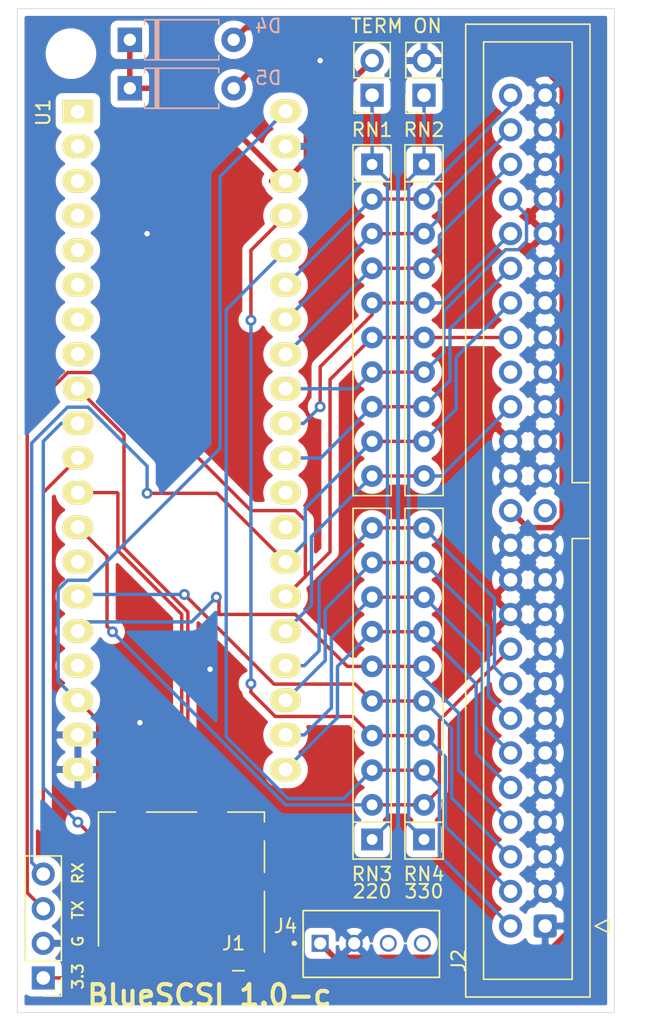
<source format=kicad_pcb>
(kicad_pcb (version 20171130) (host pcbnew "(5.1.6-0-10_14)")
  (layers (0 F.Cu signal) (31 B.Cu signal) (34 B.Paste user) (35 F.Paste user) (36 B.SilkS user) (37 F.SilkS user) (38 B.Mask user) (39 F.Mask user) (44 Edge.Cuts user))
  (net 0 "")
  (net 1 /SD_MISO)
  (net 2 GND)
  (net 3 /SD_CLK)
  (net 4 +3V3)
  (net 5 /SD_MOSI)
  (net 6 /SD_CS)
  (net 7 /SCSI_IO)
  (net 8 /SCSI_REQ)
  (net 9 /SCSI_CD)
  (net 10 /SCSI_SEL)
  (net 11 /SCSI_RST)
  (net 12 /SCSI_ACK)
  (net 13 /SCSI_BSY)
  (net 14 /SCSI_ATN)
  (net 15 /SCSI_MSG)
  (net 16 /SCSI_DBP)
  (net 17 /SCSI_DAT7)
  (net 18 /SCSI_DAT6)
  (net 19 /SCSI_DAT5)
  (net 20 /SCSI_DAT4)
  (net 21 /SCSI_DAT3)
  (net 22 /SCSI_DAT2)
  (net 23 /SCSI_DAT1)
  (net 24 /SCSI_DAT0)
  (net 25 "Net-(JP1-Pad1)")
  (net 26 "Net-(JP2-Pad1)")
  (net 27 VCC)
  (net 28 /TERM_PWR)
  (net 29 +5V)
  (net 30 "Net-(H1-Pad1)")
  (net 31 "Net-(J1-Pad8)")
  (net 32 "Net-(J1-Pad1)")
  (net 33 "Net-(J2-Pad34)")
  (net 34 "Net-(J2-Pad25)")
  (net 35 "Net-(J4-Pad3)")
  (net 36 "Net-(J4-Pad4)")
  (net 37 "Net-(U1-Pad29)")
  (net 38 "Net-(U1-Pad28)")
  (net 39 "Net-(U1-Pad17)")
  (net 40 "Net-(U1-Pad14)")
  (net 41 "Net-(U1-Pad8)")
  (net 42 "Net-(U1-Pad7)")
  (net 43 "Net-(U1-Pad6)")
  (net 44 "Net-(U1-Pad5)")
  (net 45 "Net-(U1-Pad4)")
  (net 46 "Net-(U1-Pad3)")
  (net 47 /LED)
  (net 48 "Net-(U1-Pad1)")
  (module blue:BluePill_STM32F103C (layer F.Cu) (at 75.565 83.185)
    (fp_text reference U1 (at -2.54 0 270) (layer F.SilkS))
    (fp_text value BluePill_STM32F103C hide)
    (pad 40 thru_hole oval (at 15.24 -0.1016 90) (size 1.7272 2.25) (drill 1.016) (layers *.Cu *.Mask F.SilkS) (net 4 +3V3))
    (pad 39 thru_hole oval (at 15.24 2.4892 90) (size 1.7272 2.25) (drill 1.016) (layers *.Cu *.Mask F.SilkS) (net 2 GND))
    (pad 38 thru_hole oval (at 15.24 5.0292 90) (size 1.7272 2.25) (drill 1.016) (layers *.Cu *.Mask F.SilkS) (net 27 VCC))
    (pad 37 thru_hole oval (at 15.24 7.5692 90) (size 1.7272 2.25) (drill 1.016) (layers *.Cu *.Mask F.SilkS) (net 23 /SCSI_DAT1))
    (pad 36 thru_hole oval (at 15.24 10.1092 90) (size 1.7272 2.25) (drill 1.016) (layers *.Cu *.Mask F.SilkS) (net 24 /SCSI_DAT0))
    (pad 35 thru_hole oval (at 15.24 12.6492 90) (size 1.7272 2.25) (drill 1.016) (layers *.Cu *.Mask F.SilkS) (net 7 /SCSI_IO))
    (pad 34 thru_hole oval (at 15.24 15.1892 90) (size 1.7272 2.25) (drill 1.016) (layers *.Cu *.Mask F.SilkS) (net 8 /SCSI_REQ))
    (pad 33 thru_hole oval (at 15.24 17.7292 90) (size 1.7272 2.25) (drill 1.016) (layers *.Cu *.Mask F.SilkS) (net 9 /SCSI_CD))
    (pad 32 thru_hole oval (at 15.24 20.2692 90) (size 1.7272 2.25) (drill 1.016) (layers *.Cu *.Mask F.SilkS) (net 10 /SCSI_SEL))
    (pad 31 thru_hole oval (at 15.24 22.8092 90) (size 1.7272 2.25) (drill 1.016) (layers *.Cu *.Mask F.SilkS) (net 15 /SCSI_MSG))
    (pad 30 thru_hole oval (at 15.24 25.3492 90) (size 1.7272 2.25) (drill 1.016) (layers *.Cu *.Mask F.SilkS) (net 11 /SCSI_RST))
    (pad 29 thru_hole oval (at 15.24 27.8892 90) (size 1.7272 2.25) (drill 1.016) (layers *.Cu *.Mask F.SilkS) (net 37 "Net-(U1-Pad29)"))
    (pad 28 thru_hole oval (at 15.24 30.4292 90) (size 1.7272 2.25) (drill 1.016) (layers *.Cu *.Mask F.SilkS) (net 38 "Net-(U1-Pad28)"))
    (pad 27 thru_hole oval (at 15.24 32.9692 90) (size 1.7272 2.25) (drill 1.016) (layers *.Cu *.Mask F.SilkS) (net 12 /SCSI_ACK))
    (pad 26 thru_hole oval (at 15.24 35.5092 90) (size 1.7272 2.25) (drill 1.016) (layers *.Cu *.Mask F.SilkS) (net 13 /SCSI_BSY))
    (pad 25 thru_hole oval (at 15.24 38.0492 90) (size 1.7272 2.25) (drill 1.016) (layers *.Cu *.Mask F.SilkS) (net 14 /SCSI_ATN))
    (pad 24 thru_hole oval (at 15.24 40.5892 90) (size 1.7272 2.25) (drill 1.016) (layers *.Cu *.Mask F.SilkS) (net 17 /SCSI_DAT7))
    (pad 23 thru_hole oval (at 15.24 43.1292 90) (size 1.7272 2.25) (drill 1.016) (layers *.Cu *.Mask F.SilkS) (net 18 /SCSI_DAT6))
    (pad 22 thru_hole oval (at 15.24 45.6692 90) (size 1.7272 2.25) (drill 1.016) (layers *.Cu *.Mask F.SilkS) (net 19 /SCSI_DAT5))
    (pad 21 thru_hole oval (at 15.24 48.2092 90) (size 1.7272 2.25) (drill 1.016) (layers *.Cu *.Mask F.SilkS) (net 20 /SCSI_DAT4))
    (pad 20 thru_hole oval (at 0 48.2092 270) (size 1.7272 2.25) (drill 1.016) (layers *.Cu *.Mask F.SilkS) (net 2 GND))
    (pad 19 thru_hole oval (at 0 45.6692 270) (size 1.7272 2.25) (drill 1.016) (layers *.Cu *.Mask F.SilkS) (net 2 GND))
    (pad 18 thru_hole oval (at 0 43.1292 270) (size 1.7272 2.25) (drill 1.016) (layers *.Cu *.Mask F.SilkS) (net 4 +3V3))
    (pad 17 thru_hole oval (at 0 40.5892 270) (size 1.7272 2.25) (drill 1.016) (layers *.Cu *.Mask F.SilkS) (net 39 "Net-(U1-Pad17)"))
    (pad 16 thru_hole oval (at 0 38.0492 270) (size 1.7272 2.25) (drill 1.016) (layers *.Cu *.Mask F.SilkS) (net 21 /SCSI_DAT3))
    (pad 15 thru_hole oval (at 0 35.5092 270) (size 1.7272 2.25) (drill 1.016) (layers *.Cu *.Mask F.SilkS) (net 22 /SCSI_DAT2))
    (pad 14 thru_hole oval (at 0 32.9692 270) (size 1.7272 2.25) (drill 1.016) (layers *.Cu *.Mask F.SilkS) (net 40 "Net-(U1-Pad14)"))
    (pad 13 thru_hole oval (at 0 30.4292 270) (size 1.7272 2.25) (drill 1.016) (layers *.Cu *.Mask F.SilkS) (net 16 /SCSI_DBP))
    (pad 12 thru_hole oval (at 0 27.8892 270) (size 1.7272 2.25) (drill 1.016) (layers *.Cu *.Mask F.SilkS) (net 5 /SD_MOSI))
    (pad 11 thru_hole oval (at 0 25.3492 270) (size 1.7272 2.25) (drill 1.016) (layers *.Cu *.Mask F.SilkS) (net 1 /SD_MISO))
    (pad 10 thru_hole oval (at 0 22.8092 270) (size 1.7272 2.25) (drill 1.016) (layers *.Cu *.Mask F.SilkS) (net 3 /SD_CLK))
    (pad 9 thru_hole oval (at 0 20.2692 270) (size 1.7272 2.25) (drill 1.016) (layers *.Cu *.Mask F.SilkS) (net 6 /SD_CS))
    (pad 8 thru_hole oval (at 0 17.7292 270) (size 1.7272 2.25) (drill 1.016) (layers *.Cu *.Mask F.SilkS) (net 41 "Net-(U1-Pad8)"))
    (pad 7 thru_hole oval (at 0 15.1892 270) (size 1.7272 2.25) (drill 1.016) (layers *.Cu *.Mask F.SilkS) (net 42 "Net-(U1-Pad7)"))
    (pad 6 thru_hole oval (at 0 12.6492 270) (size 1.7272 2.25) (drill 1.016) (layers *.Cu *.Mask F.SilkS) (net 43 "Net-(U1-Pad6)"))
    (pad 5 thru_hole oval (at 0 10.1092 270) (size 1.7272 2.25) (drill 1.016) (layers *.Cu *.Mask F.SilkS) (net 44 "Net-(U1-Pad5)"))
    (pad 4 thru_hole oval (at 0 7.5692 270) (size 1.7272 2.25) (drill 1.016) (layers *.Cu *.Mask F.SilkS) (net 45 "Net-(U1-Pad4)"))
    (pad 3 thru_hole oval (at 0 5.0292 270) (size 1.7272 2.25) (drill 1.016) (layers *.Cu *.Mask F.SilkS) (net 46 "Net-(U1-Pad3)"))
    (pad 2 thru_hole oval (at 0 2.4892 270) (size 1.7272 2.25) (drill 1.016) (layers *.Cu *.Mask F.SilkS) (net 47 /LED))
    (pad 1 thru_hole rect (at 0 -0.0508 270) (size 1.7272 2.25) (drill 1.016) (layers *.Cu *.Mask F.SilkS) (net 48 "Net-(U1-Pad1)"))
  )
  (module MountingHole:MountingHole_2.7mm_M2.5 (layer F.Cu) (at 75.057 78.867)
    (fp_text reference H1 hide)
    (fp_text value MountingHole_Pad)
    (pad 1 np_thru_hole circle (at 0 0) (size 2.7 2.7) (drill 2.7) (layers *.Cu *.Mask) (net 30 "Net-(H1-Pad1)"))
  )
  (module Connector_IDC:IDC-Header_2x25_P2.54mm_Vertical (layer F.Cu) (at 109.855 142.875 180)
    (fp_text reference J2 (at 6.35 -2.54 90) (layer F.SilkS))
    (fp_text value Conn_02x25_Odd_Even)
    (fp_line (start -4.68 0.5) (end -3.68 0) (layer F.SilkS) (width 0.12))
    (fp_line (start -4.68 -0.5) (end -4.68 0.5) (layer F.SilkS) (width 0.12))
    (fp_line (start -3.68 0) (end -4.68 -0.5) (layer F.SilkS) (width 0.12))
    (fp_line (start -1.98 32.53) (end -3.29 32.53) (layer F.SilkS) (width 0.12))
    (fp_line (start -1.98 32.53) (end -1.98 32.53) (layer F.SilkS) (width 0.12))
    (fp_line (start -1.98 64.87) (end -1.98 32.53) (layer F.SilkS) (width 0.12))
    (fp_line (start 4.52 64.87) (end -1.98 64.87) (layer F.SilkS) (width 0.12))
    (fp_line (start 4.52 -3.91) (end 4.52 64.87) (layer F.SilkS) (width 0.12))
    (fp_line (start -1.98 -3.91) (end 4.52 -3.91) (layer F.SilkS) (width 0.12))
    (fp_line (start -1.98 28.43) (end -1.98 -3.91) (layer F.SilkS) (width 0.12))
    (fp_line (start -3.29 28.43) (end -1.98 28.43) (layer F.SilkS) (width 0.12))
    (fp_line (start -3.29 66.17) (end -3.29 -5.21) (layer F.SilkS) (width 0.12))
    (fp_line (start 5.83 66.17) (end -3.29 66.17) (layer F.SilkS) (width 0.12))
    (fp_line (start 5.83 -5.21) (end 5.83 66.17) (layer F.SilkS) (width 0.12))
    (fp_line (start -3.29 -5.21) (end 5.83 -5.21) (layer F.SilkS) (width 0.12))
    (pad 50 thru_hole circle (at 2.54 60.96 180) (size 1.7 1.7) (drill 1) (layers *.Cu *.Mask) (net 7 /SCSI_IO))
    (pad 48 thru_hole circle (at 2.54 58.42 180) (size 1.7 1.7) (drill 1) (layers *.Cu *.Mask) (net 8 /SCSI_REQ))
    (pad 46 thru_hole circle (at 2.54 55.88 180) (size 1.7 1.7) (drill 1) (layers *.Cu *.Mask) (net 9 /SCSI_CD))
    (pad 44 thru_hole circle (at 2.54 53.34 180) (size 1.7 1.7) (drill 1) (layers *.Cu *.Mask) (net 10 /SCSI_SEL))
    (pad 42 thru_hole circle (at 2.54 50.8 180) (size 1.7 1.7) (drill 1) (layers *.Cu *.Mask) (net 15 /SCSI_MSG))
    (pad 40 thru_hole circle (at 2.54 48.26 180) (size 1.7 1.7) (drill 1) (layers *.Cu *.Mask) (net 11 /SCSI_RST))
    (pad 38 thru_hole circle (at 2.54 45.72 180) (size 1.7 1.7) (drill 1) (layers *.Cu *.Mask) (net 12 /SCSI_ACK))
    (pad 36 thru_hole circle (at 2.54 43.18 180) (size 1.7 1.7) (drill 1) (layers *.Cu *.Mask) (net 13 /SCSI_BSY))
    (pad 34 thru_hole circle (at 2.54 40.64 180) (size 1.7 1.7) (drill 1) (layers *.Cu *.Mask) (net 33 "Net-(J2-Pad34)"))
    (pad 32 thru_hole circle (at 2.54 38.1 180) (size 1.7 1.7) (drill 1) (layers *.Cu *.Mask) (net 14 /SCSI_ATN))
    (pad 30 thru_hole circle (at 2.54 35.56 180) (size 1.7 1.7) (drill 1) (layers *.Cu *.Mask) (net 2 GND))
    (pad 28 thru_hole circle (at 2.54 33.02 180) (size 1.7 1.7) (drill 1) (layers *.Cu *.Mask) (net 2 GND))
    (pad 26 thru_hole circle (at 2.54 30.48 180) (size 1.7 1.7) (drill 1) (layers *.Cu *.Mask) (net 28 /TERM_PWR))
    (pad 24 thru_hole circle (at 2.54 27.94 180) (size 1.7 1.7) (drill 1) (layers *.Cu *.Mask) (net 2 GND))
    (pad 22 thru_hole circle (at 2.54 25.4 180) (size 1.7 1.7) (drill 1) (layers *.Cu *.Mask) (net 2 GND))
    (pad 20 thru_hole circle (at 2.54 22.86 180) (size 1.7 1.7) (drill 1) (layers *.Cu *.Mask) (net 2 GND))
    (pad 18 thru_hole circle (at 2.54 20.32 180) (size 1.7 1.7) (drill 1) (layers *.Cu *.Mask) (net 16 /SCSI_DBP))
    (pad 16 thru_hole circle (at 2.54 17.78 180) (size 1.7 1.7) (drill 1) (layers *.Cu *.Mask) (net 17 /SCSI_DAT7))
    (pad 14 thru_hole circle (at 2.54 15.24 180) (size 1.7 1.7) (drill 1) (layers *.Cu *.Mask) (net 18 /SCSI_DAT6))
    (pad 12 thru_hole circle (at 2.54 12.7 180) (size 1.7 1.7) (drill 1) (layers *.Cu *.Mask) (net 19 /SCSI_DAT5))
    (pad 10 thru_hole circle (at 2.54 10.16 180) (size 1.7 1.7) (drill 1) (layers *.Cu *.Mask) (net 20 /SCSI_DAT4))
    (pad 8 thru_hole circle (at 2.54 7.62 180) (size 1.7 1.7) (drill 1) (layers *.Cu *.Mask) (net 21 /SCSI_DAT3))
    (pad 6 thru_hole circle (at 2.54 5.08 180) (size 1.7 1.7) (drill 1) (layers *.Cu *.Mask) (net 22 /SCSI_DAT2))
    (pad 4 thru_hole circle (at 2.54 2.54 180) (size 1.7 1.7) (drill 1) (layers *.Cu *.Mask) (net 23 /SCSI_DAT1))
    (pad 2 thru_hole circle (at 2.54 0 180) (size 1.7 1.7) (drill 1) (layers *.Cu *.Mask) (net 24 /SCSI_DAT0))
    (pad 49 thru_hole circle (at 0 60.96 180) (size 1.7 1.7) (drill 1) (layers *.Cu *.Mask) (net 2 GND))
    (pad 47 thru_hole circle (at 0 58.42 180) (size 1.7 1.7) (drill 1) (layers *.Cu *.Mask) (net 2 GND))
    (pad 45 thru_hole circle (at 0 55.88 180) (size 1.7 1.7) (drill 1) (layers *.Cu *.Mask) (net 2 GND))
    (pad 43 thru_hole circle (at 0 53.34 180) (size 1.7 1.7) (drill 1) (layers *.Cu *.Mask) (net 2 GND))
    (pad 41 thru_hole circle (at 0 50.8 180) (size 1.7 1.7) (drill 1) (layers *.Cu *.Mask) (net 2 GND))
    (pad 39 thru_hole circle (at 0 48.26 180) (size 1.7 1.7) (drill 1) (layers *.Cu *.Mask) (net 2 GND))
    (pad 37 thru_hole circle (at 0 45.72 180) (size 1.7 1.7) (drill 1) (layers *.Cu *.Mask) (net 2 GND))
    (pad 35 thru_hole circle (at 0 43.18 180) (size 1.7 1.7) (drill 1) (layers *.Cu *.Mask) (net 2 GND))
    (pad 33 thru_hole circle (at 0 40.64 180) (size 1.7 1.7) (drill 1) (layers *.Cu *.Mask) (net 2 GND))
    (pad 31 thru_hole circle (at 0 38.1 180) (size 1.7 1.7) (drill 1) (layers *.Cu *.Mask) (net 2 GND))
    (pad 29 thru_hole circle (at 0 35.56 180) (size 1.7 1.7) (drill 1) (layers *.Cu *.Mask) (net 2 GND))
    (pad 27 thru_hole circle (at 0 33.02 180) (size 1.7 1.7) (drill 1) (layers *.Cu *.Mask) (net 2 GND))
    (pad 25 thru_hole circle (at 0 30.48 180) (size 1.7 1.7) (drill 1) (layers *.Cu *.Mask) (net 34 "Net-(J2-Pad25)"))
    (pad 23 thru_hole circle (at 0 27.94 180) (size 1.7 1.7) (drill 1) (layers *.Cu *.Mask) (net 2 GND))
    (pad 21 thru_hole circle (at 0 25.4 180) (size 1.7 1.7) (drill 1) (layers *.Cu *.Mask) (net 2 GND))
    (pad 19 thru_hole circle (at 0 22.86 180) (size 1.7 1.7) (drill 1) (layers *.Cu *.Mask) (net 2 GND))
    (pad 17 thru_hole circle (at 0 20.32 180) (size 1.7 1.7) (drill 1) (layers *.Cu *.Mask) (net 2 GND))
    (pad 15 thru_hole circle (at 0 17.78 180) (size 1.7 1.7) (drill 1) (layers *.Cu *.Mask) (net 2 GND))
    (pad 13 thru_hole circle (at 0 15.24 180) (size 1.7 1.7) (drill 1) (layers *.Cu *.Mask) (net 2 GND))
    (pad 11 thru_hole circle (at 0 12.7 180) (size 1.7 1.7) (drill 1) (layers *.Cu *.Mask) (net 2 GND))
    (pad 9 thru_hole circle (at 0 10.16 180) (size 1.7 1.7) (drill 1) (layers *.Cu *.Mask) (net 2 GND))
    (pad 7 thru_hole circle (at 0 7.62 180) (size 1.7 1.7) (drill 1) (layers *.Cu *.Mask) (net 2 GND))
    (pad 5 thru_hole circle (at 0 5.08 180) (size 1.7 1.7) (drill 1) (layers *.Cu *.Mask) (net 2 GND))
    (pad 3 thru_hole circle (at 0 2.54 180) (size 1.7 1.7) (drill 1) (layers *.Cu *.Mask) (net 2 GND))
    (pad 1 thru_hole roundrect (at 0 0 180) (size 1.7 1.7) (drill 1) (layers *.Cu *.Mask) (roundrect_rratio 0.1470588235294118) (net 2 GND))
  )
  (module Connector_Card:microSD_HC_Molex_104031-0811 (layer F.Cu) (at 83.185 140.335 180)
    (fp_text reference J1 (at -3.81 -3.81 180) (layer F.SilkS))
    (fp_text value Micro_SD_Card)
    (fp_line (start -6.07 -4.45) (end -6.07 0) (layer F.SilkS) (width 0.12))
    (fp_line (start -6.07 1.4) (end -6.07 3.7) (layer F.SilkS) (width 0.12))
    (fp_line (start -6.07 5.1) (end -6.07 5.82) (layer F.SilkS) (width 0.12))
    (fp_line (start -6.07 5.82) (end -3.39 5.82) (layer F.SilkS) (width 0.12))
    (fp_line (start -1.09 5.82) (end 2.58 5.82) (layer F.SilkS) (width 0.12))
    (fp_line (start 4.88 5.82) (end 6.11 5.82) (layer F.SilkS) (width 0.12))
    (fp_line (start 6.11 5.82) (end 6.11 -4) (layer F.SilkS) (width 0.12))
    (fp_line (start -4.59 -5.82) (end -3.73 -5.82) (layer F.SilkS) (width 0.12))
    (pad 11 smd rect (at 3.73 5.375 180) (size 1.9 1.35) (layers F.Cu F.Paste F.Mask))
    (pad 11 smd rect (at -2.24 5.375 180) (size 1.9 1.35) (layers F.Cu F.Paste F.Mask))
    (pad 9 smd rect (at -5.74 0.7 180) (size 1.2 1) (layers F.Cu F.Paste F.Mask) (net 2 GND))
    (pad 10 smd rect (at -5.74 4.4 180) (size 1.2 1) (layers F.Cu F.Paste F.Mask))
    (pad 11 smd rect (at -5.565 -5.325 180) (size 1.55 1.35) (layers F.Cu F.Paste F.Mask))
    (pad 11 smd rect (at 5.755 -5.1 180) (size 1.17 1.8) (layers F.Cu F.Paste F.Mask))
    (pad 7 smd rect (at 3.495 -5.45 180) (size 0.85 1.1) (layers F.Cu F.Paste F.Mask) (net 1 /SD_MISO))
    (pad 6 smd rect (at 2.395 -5.45 180) (size 0.85 1.1) (layers F.Cu F.Paste F.Mask) (net 2 GND))
    (pad 5 smd rect (at 1.295 -5.45 180) (size 0.85 1.1) (layers F.Cu F.Paste F.Mask) (net 3 /SD_CLK))
    (pad 4 smd rect (at 0.195 -5.45 180) (size 0.85 1.1) (layers F.Cu F.Paste F.Mask) (net 4 +3V3))
    (pad 3 smd rect (at -0.905 -5.45 180) (size 0.85 1.1) (layers F.Cu F.Paste F.Mask) (net 5 /SD_MOSI))
    (pad 2 smd rect (at -2.005 -5.45 180) (size 0.85 1.1) (layers F.Cu F.Paste F.Mask) (net 6 /SD_CS))
    (pad 8 smd rect (at 4.545 -5.45 180) (size 0.75 1.1) (layers F.Cu F.Paste F.Mask) (net 31 "Net-(J1-Pad8)"))
    (pad 1 smd rect (at -3.105 -5.45 180) (size 0.85 1.1) (layers F.Cu F.Paste F.Mask) (net 32 "Net-(J1-Pad1)"))
  )
  (module Connector_PinSocket_2.54mm:PinSocket_1x02_P2.54mm_Vertical (layer F.Cu) (at 100.965 81.915 180)
    (fp_text reference JP1 hide)
    (fp_text value TERM_ENABLE_GND)
    (fp_line (start -1.33 1.27) (end 1.33 1.27) (layer F.SilkS) (width 0.12))
    (fp_line (start -1.33 1.27) (end -1.33 3.87) (layer F.SilkS) (width 0.12))
    (fp_line (start -1.33 3.87) (end 1.33 3.87) (layer F.SilkS) (width 0.12))
    (fp_line (start 1.33 1.27) (end 1.33 3.87) (layer F.SilkS) (width 0.12))
    (fp_line (start 1.33 -1.33) (end 1.33 0) (layer F.SilkS) (width 0.12))
    (fp_line (start 0 -1.33) (end 1.33 -1.33) (layer F.SilkS) (width 0.12))
    (pad 1 thru_hole rect (at 0 0 180) (size 1.7 1.7) (drill 1) (layers *.Cu *.Mask) (net 25 "Net-(JP1-Pad1)"))
    (pad 2 thru_hole oval (at 0 2.54 180) (size 1.7 1.7) (drill 1) (layers *.Cu *.Mask) (net 2 GND))
  )
  (module Connector_PinSocket_2.54mm:PinSocket_1x02_P2.54mm_Vertical (layer F.Cu) (at 97.155 81.915 180)
    (fp_text reference JP2 hide)
    (fp_text value TERM_ENABLE_5V)
    (fp_line (start 0 -1.33) (end 1.33 -1.33) (layer F.SilkS) (width 0.12))
    (fp_line (start 1.33 -1.33) (end 1.33 0) (layer F.SilkS) (width 0.12))
    (fp_line (start 1.33 1.27) (end 1.33 3.87) (layer F.SilkS) (width 0.12))
    (fp_line (start -1.33 3.87) (end 1.33 3.87) (layer F.SilkS) (width 0.12))
    (fp_line (start -1.33 1.27) (end -1.33 3.87) (layer F.SilkS) (width 0.12))
    (fp_line (start -1.33 1.27) (end 1.33 1.27) (layer F.SilkS) (width 0.12))
    (pad 2 thru_hole oval (at 0 2.54 180) (size 1.7 1.7) (drill 1) (layers *.Cu *.Mask) (net 27 VCC))
    (pad 1 thru_hole rect (at 0 0 180) (size 1.7 1.7) (drill 1) (layers *.Cu *.Mask) (net 26 "Net-(JP2-Pad1)"))
  )
  (module Resistor_THT:R_Array_SIP10 (layer F.Cu) (at 97.155 86.995 270)
    (fp_text reference RN1 (at -2.54 0 180) (layer F.SilkS))
    (fp_text value 220)
    (fp_line (start 1.27 -1.4) (end 1.27 1.4) (layer F.SilkS) (width 0.12))
    (fp_line (start 24.3 -1.4) (end -1.44 -1.4) (layer F.SilkS) (width 0.12))
    (fp_line (start 24.3 1.4) (end 24.3 -1.4) (layer F.SilkS) (width 0.12))
    (fp_line (start -1.44 1.4) (end 24.3 1.4) (layer F.SilkS) (width 0.12))
    (fp_line (start -1.44 -1.4) (end -1.44 1.4) (layer F.SilkS) (width 0.12))
    (pad 1 thru_hole rect (at 0 0 270) (size 1.6 1.6) (drill 0.8) (layers *.Cu *.Mask) (net 26 "Net-(JP2-Pad1)"))
    (pad 2 thru_hole oval (at 2.54 0 270) (size 1.6 1.6) (drill 0.8) (layers *.Cu *.Mask) (net 7 /SCSI_IO))
    (pad 3 thru_hole oval (at 5.08 0 270) (size 1.6 1.6) (drill 0.8) (layers *.Cu *.Mask) (net 8 /SCSI_REQ))
    (pad 4 thru_hole oval (at 7.62 0 270) (size 1.6 1.6) (drill 0.8) (layers *.Cu *.Mask) (net 9 /SCSI_CD))
    (pad 5 thru_hole oval (at 10.16 0 270) (size 1.6 1.6) (drill 0.8) (layers *.Cu *.Mask) (net 15 /SCSI_MSG))
    (pad 6 thru_hole oval (at 12.7 0 270) (size 1.6 1.6) (drill 0.8) (layers *.Cu *.Mask) (net 13 /SCSI_BSY))
    (pad 7 thru_hole oval (at 15.24 0 270) (size 1.6 1.6) (drill 0.8) (layers *.Cu *.Mask) (net 10 /SCSI_SEL))
    (pad 8 thru_hole oval (at 17.78 0 270) (size 1.6 1.6) (drill 0.8) (layers *.Cu *.Mask) (net 11 /SCSI_RST))
    (pad 9 thru_hole oval (at 20.32 0 270) (size 1.6 1.6) (drill 0.8) (layers *.Cu *.Mask) (net 12 /SCSI_ACK))
    (pad 10 thru_hole oval (at 22.86 0 270) (size 1.6 1.6) (drill 0.8) (layers *.Cu *.Mask) (net 14 /SCSI_ATN))
  )
  (module Resistor_THT:R_Array_SIP10 (layer F.Cu) (at 100.965 86.995 270)
    (fp_text reference RN2 (at -2.54 0 180) (layer F.SilkS))
    (fp_text value 330)
    (fp_line (start 1.27 -1.4) (end 1.27 1.4) (layer F.SilkS) (width 0.12))
    (fp_line (start 24.3 -1.4) (end -1.44 -1.4) (layer F.SilkS) (width 0.12))
    (fp_line (start 24.3 1.4) (end 24.3 -1.4) (layer F.SilkS) (width 0.12))
    (fp_line (start -1.44 1.4) (end 24.3 1.4) (layer F.SilkS) (width 0.12))
    (fp_line (start -1.44 -1.4) (end -1.44 1.4) (layer F.SilkS) (width 0.12))
    (pad 1 thru_hole rect (at 0 0 270) (size 1.6 1.6) (drill 0.8) (layers *.Cu *.Mask) (net 25 "Net-(JP1-Pad1)"))
    (pad 2 thru_hole oval (at 2.54 0 270) (size 1.6 1.6) (drill 0.8) (layers *.Cu *.Mask) (net 7 /SCSI_IO))
    (pad 3 thru_hole oval (at 5.08 0 270) (size 1.6 1.6) (drill 0.8) (layers *.Cu *.Mask) (net 8 /SCSI_REQ))
    (pad 4 thru_hole oval (at 7.62 0 270) (size 1.6 1.6) (drill 0.8) (layers *.Cu *.Mask) (net 9 /SCSI_CD))
    (pad 5 thru_hole oval (at 10.16 0 270) (size 1.6 1.6) (drill 0.8) (layers *.Cu *.Mask) (net 15 /SCSI_MSG))
    (pad 6 thru_hole oval (at 12.7 0 270) (size 1.6 1.6) (drill 0.8) (layers *.Cu *.Mask) (net 13 /SCSI_BSY))
    (pad 7 thru_hole oval (at 15.24 0 270) (size 1.6 1.6) (drill 0.8) (layers *.Cu *.Mask) (net 10 /SCSI_SEL))
    (pad 8 thru_hole oval (at 17.78 0 270) (size 1.6 1.6) (drill 0.8) (layers *.Cu *.Mask) (net 11 /SCSI_RST))
    (pad 9 thru_hole oval (at 20.32 0 270) (size 1.6 1.6) (drill 0.8) (layers *.Cu *.Mask) (net 12 /SCSI_ACK))
    (pad 10 thru_hole oval (at 22.86 0 270) (size 1.6 1.6) (drill 0.8) (layers *.Cu *.Mask) (net 14 /SCSI_ATN))
  )
  (module Resistor_THT:R_Array_SIP10 (layer F.Cu) (at 97.155 136.525 90)
    (fp_text reference RN3 (at -2.54 0 180) (layer F.SilkS))
    (fp_text value 220)
    (fp_line (start -1.44 -1.4) (end -1.44 1.4) (layer F.SilkS) (width 0.12))
    (fp_line (start -1.44 1.4) (end 24.3 1.4) (layer F.SilkS) (width 0.12))
    (fp_line (start 24.3 1.4) (end 24.3 -1.4) (layer F.SilkS) (width 0.12))
    (fp_line (start 24.3 -1.4) (end -1.44 -1.4) (layer F.SilkS) (width 0.12))
    (fp_line (start 1.27 -1.4) (end 1.27 1.4) (layer F.SilkS) (width 0.12))
    (pad 10 thru_hole oval (at 22.86 0 90) (size 1.6 1.6) (drill 0.8) (layers *.Cu *.Mask) (net 17 /SCSI_DAT7))
    (pad 9 thru_hole oval (at 20.32 0 90) (size 1.6 1.6) (drill 0.8) (layers *.Cu *.Mask) (net 18 /SCSI_DAT6))
    (pad 8 thru_hole oval (at 17.78 0 90) (size 1.6 1.6) (drill 0.8) (layers *.Cu *.Mask) (net 19 /SCSI_DAT5))
    (pad 7 thru_hole oval (at 15.24 0 90) (size 1.6 1.6) (drill 0.8) (layers *.Cu *.Mask) (net 20 /SCSI_DAT4))
    (pad 6 thru_hole oval (at 12.7 0 90) (size 1.6 1.6) (drill 0.8) (layers *.Cu *.Mask) (net 21 /SCSI_DAT3))
    (pad 5 thru_hole oval (at 10.16 0 90) (size 1.6 1.6) (drill 0.8) (layers *.Cu *.Mask) (net 22 /SCSI_DAT2))
    (pad 4 thru_hole oval (at 7.62 0 90) (size 1.6 1.6) (drill 0.8) (layers *.Cu *.Mask) (net 23 /SCSI_DAT1))
    (pad 3 thru_hole oval (at 5.08 0 90) (size 1.6 1.6) (drill 0.8) (layers *.Cu *.Mask) (net 24 /SCSI_DAT0))
    (pad 2 thru_hole oval (at 2.54 0 90) (size 1.6 1.6) (drill 0.8) (layers *.Cu *.Mask) (net 16 /SCSI_DBP))
    (pad 1 thru_hole rect (at 0 0 90) (size 1.6 1.6) (drill 0.8) (layers *.Cu *.Mask) (net 26 "Net-(JP2-Pad1)"))
  )
  (module Resistor_THT:R_Array_SIP10 (layer F.Cu) (at 100.965 136.525 90)
    (fp_text reference RN4 (at -2.54 0 180) (layer F.SilkS))
    (fp_text value 330)
    (fp_line (start -1.44 -1.4) (end -1.44 1.4) (layer F.SilkS) (width 0.12))
    (fp_line (start -1.44 1.4) (end 24.3 1.4) (layer F.SilkS) (width 0.12))
    (fp_line (start 24.3 1.4) (end 24.3 -1.4) (layer F.SilkS) (width 0.12))
    (fp_line (start 24.3 -1.4) (end -1.44 -1.4) (layer F.SilkS) (width 0.12))
    (fp_line (start 1.27 -1.4) (end 1.27 1.4) (layer F.SilkS) (width 0.12))
    (pad 10 thru_hole oval (at 22.86 0 90) (size 1.6 1.6) (drill 0.8) (layers *.Cu *.Mask) (net 17 /SCSI_DAT7))
    (pad 9 thru_hole oval (at 20.32 0 90) (size 1.6 1.6) (drill 0.8) (layers *.Cu *.Mask) (net 18 /SCSI_DAT6))
    (pad 8 thru_hole oval (at 17.78 0 90) (size 1.6 1.6) (drill 0.8) (layers *.Cu *.Mask) (net 19 /SCSI_DAT5))
    (pad 7 thru_hole oval (at 15.24 0 90) (size 1.6 1.6) (drill 0.8) (layers *.Cu *.Mask) (net 20 /SCSI_DAT4))
    (pad 6 thru_hole oval (at 12.7 0 90) (size 1.6 1.6) (drill 0.8) (layers *.Cu *.Mask) (net 21 /SCSI_DAT3))
    (pad 5 thru_hole oval (at 10.16 0 90) (size 1.6 1.6) (drill 0.8) (layers *.Cu *.Mask) (net 22 /SCSI_DAT2))
    (pad 4 thru_hole oval (at 7.62 0 90) (size 1.6 1.6) (drill 0.8) (layers *.Cu *.Mask) (net 23 /SCSI_DAT1))
    (pad 3 thru_hole oval (at 5.08 0 90) (size 1.6 1.6) (drill 0.8) (layers *.Cu *.Mask) (net 24 /SCSI_DAT0))
    (pad 2 thru_hole oval (at 2.54 0 90) (size 1.6 1.6) (drill 0.8) (layers *.Cu *.Mask) (net 16 /SCSI_DBP))
    (pad 1 thru_hole rect (at 0 0 90) (size 1.6 1.6) (drill 0.8) (layers *.Cu *.Mask) (net 25 "Net-(JP1-Pad1)"))
  )
  (module Connector_PinHeader_2.54mm:PinHeader_1x04_P2.54mm_Vertical (layer F.Cu) (at 73.025 146.685 180)
    (fp_text reference J3 hide)
    (fp_text value "Programming Pins")
    (fp_line (start -1.33 8.95) (end 1.33 8.95) (layer F.SilkS) (width 0.12))
    (fp_line (start -1.33 1.27) (end -1.33 8.95) (layer F.SilkS) (width 0.12))
    (fp_line (start 1.33 1.27) (end 1.33 8.95) (layer F.SilkS) (width 0.12))
    (fp_line (start -1.33 1.27) (end 1.33 1.27) (layer F.SilkS) (width 0.12))
    (fp_line (start -1.33 0) (end -1.33 -1.33) (layer F.SilkS) (width 0.12))
    (fp_line (start -1.33 -1.33) (end 0 -1.33) (layer F.SilkS) (width 0.12))
    (pad 1 thru_hole rect (at 0 0 180) (size 1.7 1.7) (drill 1) (layers *.Cu *.Mask) (net 4 +3V3))
    (pad 2 thru_hole oval (at 0 2.54 180) (size 1.7 1.7) (drill 1) (layers *.Cu *.Mask) (net 2 GND))
    (pad 3 thru_hole oval (at 0 5.08 180) (size 1.7 1.7) (drill 1) (layers *.Cu *.Mask) (net 13 /SCSI_BSY))
    (pad 4 thru_hole oval (at 0 7.62 180) (size 1.7 1.7) (drill 1) (layers *.Cu *.Mask) (net 12 /SCSI_ACK))
  )
  (module 171825-4:TE_171825-4 (layer F.Cu) (at 93.345 144.145)
    (fp_text reference J4 (at -2.54 -1.27) (layer F.SilkS))
    (fp_text value "Berg Power Connector")
    (fp_line (start -1.25 2.5) (end -1.25 -2.4) (layer F.SilkS) (width 0.127))
    (fp_line (start 8.75 -2.4) (end 8.75 2.5) (layer F.SilkS) (width 0.127))
    (fp_line (start 8.75 -2.4) (end -1.25 -2.4) (layer F.SilkS) (width 0.127))
    (fp_line (start 8.75 2.5) (end -1.25 2.5) (layer F.SilkS) (width 0.127))
    (fp_circle (center -1.9 0) (end -1.8 0) (layer F.SilkS) (width 0.2))
    (pad 1 thru_hole rect (at 0 0) (size 1.25 1.25) (drill 0.9) (layers *.Cu *.Mask) (net 29 +5V))
    (pad 2 thru_hole circle (at 2.5 0) (size 1.25 1.25) (drill 0.9) (layers *.Cu *.Mask) (net 2 GND))
    (pad 3 thru_hole circle (at 5 0) (size 1.25 1.25) (drill 0.9) (layers *.Cu *.Mask) (net 35 "Net-(J4-Pad3)"))
    (pad 4 thru_hole circle (at 7.5 0) (size 1.25 1.25) (drill 0.9) (layers *.Cu *.Mask) (net 36 "Net-(J4-Pad4)"))
  )
  (module Diode_THT:D_A-405_P7.62mm_Horizontal (layer B.Cu) (at 79.375 77.851)
    (fp_text reference D4 (at 10.16 -1.016) (layer B.SilkS) (effects (justify mirror)))
    (fp_text value Diode)
    (fp_line (start 1.09 1.14) (end 1.09 1.47) (layer B.SilkS) (width 0.12))
    (fp_line (start 1.09 1.47) (end 6.53 1.47) (layer B.SilkS) (width 0.12))
    (fp_line (start 6.53 1.47) (end 6.53 1.14) (layer B.SilkS) (width 0.12))
    (fp_line (start 1.09 -1.14) (end 1.09 -1.47) (layer B.SilkS) (width 0.12))
    (fp_line (start 1.09 -1.47) (end 6.53 -1.47) (layer B.SilkS) (width 0.12))
    (fp_line (start 6.53 -1.47) (end 6.53 -1.14) (layer B.SilkS) (width 0.12))
    (fp_line (start 1.99 1.47) (end 1.99 -1.47) (layer B.SilkS) (width 0.12))
    (fp_line (start 2.11 1.47) (end 2.11 -1.47) (layer B.SilkS) (width 0.12))
    (fp_line (start 1.87 1.47) (end 1.87 -1.47) (layer B.SilkS) (width 0.12))
    (pad 1 thru_hole rect (at 0 0) (size 1.8 1.8) (drill 0.9) (layers *.Cu *.Mask) (net 27 VCC))
    (pad 2 thru_hole oval (at 7.62 0) (size 1.8 1.8) (drill 0.9) (layers *.Cu *.Mask) (net 29 +5V))
  )
  (module Diode_THT:D_A-405_P7.62mm_Horizontal (layer B.Cu) (at 79.375 81.407)
    (fp_text reference D5 (at 10.16 -0.762) (layer B.SilkS) (effects (justify mirror)))
    (fp_text value Diode)
    (fp_line (start 1.87 1.47) (end 1.87 -1.47) (layer B.SilkS) (width 0.12))
    (fp_line (start 2.11 1.47) (end 2.11 -1.47) (layer B.SilkS) (width 0.12))
    (fp_line (start 1.99 1.47) (end 1.99 -1.47) (layer B.SilkS) (width 0.12))
    (fp_line (start 6.53 -1.47) (end 6.53 -1.14) (layer B.SilkS) (width 0.12))
    (fp_line (start 1.09 -1.47) (end 6.53 -1.47) (layer B.SilkS) (width 0.12))
    (fp_line (start 1.09 -1.14) (end 1.09 -1.47) (layer B.SilkS) (width 0.12))
    (fp_line (start 6.53 1.47) (end 6.53 1.14) (layer B.SilkS) (width 0.12))
    (fp_line (start 1.09 1.47) (end 6.53 1.47) (layer B.SilkS) (width 0.12))
    (fp_line (start 1.09 1.14) (end 1.09 1.47) (layer B.SilkS) (width 0.12))
    (pad 2 thru_hole oval (at 7.62 0) (size 1.8 1.8) (drill 0.9) (layers *.Cu *.Mask) (net 28 /TERM_PWR))
    (pad 1 thru_hole rect (at 0 0) (size 1.8 1.8) (drill 0.9) (layers *.Cu *.Mask) (net 27 VCC))
  )
  (gr_line (start 71.755 149.225) (end 71.12 149.225) (layer Edge.Cuts) (width 0.05))
  (gr_line (start 71.12 147.955) (end 71.12 149.225) (layer Edge.Cuts) (width 0.05))
  (gr_line (start 114.935 149.225) (end 71.755 149.225) (layer Edge.Cuts) (width 0.05))
  (gr_line (start 114.935 147.955) (end 114.935 149.225) (layer Edge.Cuts) (width 0.05))
  (gr_text "3.3  G  TX  RX" (at 75.565 142.875 90) (layer F.SilkS) (effects (font (size 0.8 0.8))))
  (gr_text 330 (at 100.965 140.335) (layer F.SilkS) (effects (font (size 1 1))))
  (gr_text 220 (at 97.155 140.335) (layer F.SilkS) (effects (font (size 1 1))))
  (gr_text "TERM ON" (at 98.933 76.835) (layer F.SilkS) (effects (font (size 1 1))))
  (gr_line (start 114.935 75.565) (end 71.12 75.565) (layer Edge.Cuts) (width 0.05))
  (gr_line (start 114.935 147.955) (end 114.935 75.565) (layer Edge.Cuts) (width 0.05))
  (gr_line (start 71.12 147.955) (end 71.12 75.565) (layer Edge.Cuts) (width 0.05))
  (gr_text "BlueSCSI 1.0-c" (at 85.217 147.955) (layer F.SilkS) (effects (font (size 1.5 1.5) (thickness 0.3))))
  (segment (start 79.69 141.92) (end 79.69 145.785) (width 0.25) (layer F.Cu) (net 1))
  (segment (start 73.025 135.255) (end 79.69 141.92) (width 0.25) (layer F.Cu) (net 1))
  (segment (start 73.025 111.0742) (end 73.025 135.255) (width 0.25) (layer F.Cu) (net 1))
  (segment (start 75.565 108.5342) (end 73.025 111.0742) (width 0.25) (layer F.Cu) (net 1))
  (segment (start 75.565 131.3942) (end 75.565 128.8542) (width 0.25) (layer B.Cu) (net 2))
  (segment (start 107.315 79.375) (end 100.965 79.375) (width 0.25) (layer B.Cu) (net 2))
  (segment (start 109.855 81.915) (end 107.315 79.375) (width 0.25) (layer B.Cu) (net 2))
  (via (at 85.265 124.035) (size 0.8) (drill 0.4) (layers F.Cu B.Cu) (net 2))
  (via (at 80.115 127.955) (size 0.8) (drill 0.4) (layers F.Cu B.Cu) (net 2))
  (via (at 80.645 92.075) (size 0.8) (drill 0.4) (layers F.Cu B.Cu) (net 2))
  (via (at 93.345 79.375) (size 0.8) (drill 0.4) (layers F.Cu B.Cu) (net 2))
  (segment (start 75.565 135.255) (end 81.89 141.58) (width 0.25) (layer F.Cu) (net 3))
  (segment (start 81.89 141.58) (end 81.89 145.785) (width 0.25) (layer F.Cu) (net 3))
  (segment (start 73.025 132.715) (end 75.565 135.255) (width 0.25) (layer B.Cu) (net 3))
  (via (at 75.565 135.255) (size 0.8) (drill 0.4) (layers F.Cu B.Cu) (net 3))
  (segment (start 73.025 107.315) (end 73.025 132.715) (width 0.25) (layer B.Cu) (net 3))
  (segment (start 74.3458 105.9942) (end 73.025 107.315) (width 0.25) (layer B.Cu) (net 3))
  (segment (start 75.565 105.9942) (end 74.3458 105.9942) (width 0.25) (layer B.Cu) (net 3))
  (segment (start 77.01501 134.80142) (end 77.01501 127.76421) (width 0.25) (layer F.Cu) (net 4))
  (segment (start 82.99 145.785) (end 82.99 140.77641) (width 0.25) (layer F.Cu) (net 4))
  (segment (start 77.01501 127.76421) (end 75.565 126.3142) (width 0.25) (layer F.Cu) (net 4))
  (segment (start 82.99 140.77641) (end 77.01501 134.80142) (width 0.25) (layer F.Cu) (net 4))
  (segment (start 75.5142 126.3142) (end 75.565 126.3142) (width 0.25) (layer B.Cu) (net 4))
  (segment (start 74.11499 118.201862) (end 74.11499 124.91499) (width 0.25) (layer B.Cu) (net 4))
  (segment (start 74.11499 124.91499) (end 75.5142 126.3142) (width 0.25) (layer B.Cu) (net 4))
  (segment (start 74.811262 117.50559) (end 74.11499 118.201862) (width 0.25) (layer B.Cu) (net 4))
  (segment (start 76.318738 117.50559) (end 74.811262 117.50559) (width 0.25) (layer B.Cu) (net 4))
  (segment (start 85.999991 107.824337) (end 76.318738 117.50559) (width 0.25) (layer B.Cu) (net 4))
  (segment (start 85.999991 87.888409) (end 85.999991 107.824337) (width 0.25) (layer B.Cu) (net 4))
  (segment (start 90.805 83.0834) (end 85.999991 87.888409) (width 0.25) (layer B.Cu) (net 4))
  (segment (start 82.99 146.585) (end 82.99 145.785) (width 0.25) (layer F.Cu) (net 4))
  (segment (start 82.89 146.685) (end 82.99 146.585) (width 0.25) (layer F.Cu) (net 4))
  (segment (start 73.025 146.685) (end 82.89 146.685) (width 0.25) (layer F.Cu) (net 4))
  (segment (start 78.4492 111.0742) (end 78.5 111.125) (width 0.25) (layer F.Cu) (net 5))
  (segment (start 75.565 111.0742) (end 78.4492 111.0742) (width 0.25) (layer F.Cu) (net 5))
  (segment (start 84.09 141.24) (end 84.09 145.785) (width 0.25) (layer F.Cu) (net 5))
  (segment (start 83.185 140.335) (end 84.09 141.24) (width 0.25) (layer F.Cu) (net 5))
  (segment (start 83.185 120.015) (end 83.185 140.335) (width 0.25) (layer F.Cu) (net 5))
  (segment (start 78.5 115.33) (end 83.185 120.015) (width 0.25) (layer F.Cu) (net 5))
  (segment (start 78.5 111.125) (end 78.5 115.33) (width 0.25) (layer F.Cu) (net 5))
  (segment (start 78.95001 106.83921) (end 75.565 103.4542) (width 0.25) (layer F.Cu) (net 6))
  (segment (start 78.95001 115.1436) (end 78.95001 106.83921) (width 0.25) (layer F.Cu) (net 6))
  (segment (start 83.63501 119.8286) (end 78.95001 115.1436) (width 0.25) (layer F.Cu) (net 6))
  (segment (start 83.63501 135.380012) (end 83.63501 119.8286) (width 0.25) (layer F.Cu) (net 6))
  (segment (start 85.19 136.935002) (end 83.63501 135.380012) (width 0.25) (layer F.Cu) (net 6))
  (segment (start 85.19 145.785) (end 85.19 136.935002) (width 0.25) (layer F.Cu) (net 6))
  (segment (start 90.8558 95.8342) (end 97.155 89.535) (width 0.25) (layer B.Cu) (net 7))
  (segment (start 90.805 95.8342) (end 90.8558 95.8342) (width 0.25) (layer B.Cu) (net 7))
  (segment (start 97.155 89.535) (end 100.965 89.535) (width 0.25) (layer F.Cu) (net 7))
  (segment (start 107.315 82.715998) (end 107.315 81.915) (width 0.25) (layer B.Cu) (net 7))
  (segment (start 100.965 89.065998) (end 107.315 82.715998) (width 0.25) (layer B.Cu) (net 7))
  (segment (start 100.965 89.535) (end 100.965 89.065998) (width 0.25) (layer B.Cu) (net 7))
  (segment (start 90.8558 98.3742) (end 97.155 92.075) (width 0.25) (layer B.Cu) (net 8))
  (segment (start 90.805 98.3742) (end 90.8558 98.3742) (width 0.25) (layer B.Cu) (net 8))
  (segment (start 107.315 84.850002) (end 107.315 84.455) (width 0.25) (layer B.Cu) (net 8))
  (segment (start 97.155 92.075) (end 100.965 92.075) (width 0.25) (layer F.Cu) (net 8))
  (segment (start 102.090001 89.679999) (end 107.315 84.455) (width 0.25) (layer B.Cu) (net 8))
  (segment (start 102.090001 90.949999) (end 102.090001 89.679999) (width 0.25) (layer B.Cu) (net 8))
  (segment (start 100.965 92.075) (end 102.090001 90.949999) (width 0.25) (layer B.Cu) (net 8))
  (segment (start 90.8558 100.9142) (end 97.155 94.615) (width 0.25) (layer B.Cu) (net 9))
  (segment (start 90.805 100.9142) (end 90.8558 100.9142) (width 0.25) (layer B.Cu) (net 9))
  (segment (start 102.090001 92.219999) (end 107.315 86.995) (width 0.25) (layer B.Cu) (net 9))
  (segment (start 102.090001 93.489999) (end 102.090001 92.219999) (width 0.25) (layer B.Cu) (net 9))
  (segment (start 100.965 94.615) (end 102.090001 93.489999) (width 0.25) (layer B.Cu) (net 9))
  (segment (start 97.155 94.615) (end 100.965 94.615) (width 0.25) (layer F.Cu) (net 9))
  (segment (start 97.155 102.235) (end 100.965 102.235) (width 0.25) (layer F.Cu) (net 10))
  (segment (start 95.9358 103.4542) (end 97.155 102.235) (width 0.25) (layer B.Cu) (net 10))
  (segment (start 90.805 103.4542) (end 95.9358 103.4542) (width 0.25) (layer B.Cu) (net 10))
  (segment (start 108.490001 92.639001) (end 108.490001 90.710001) (width 0.25) (layer B.Cu) (net 10))
  (segment (start 108.490001 90.710001) (end 107.315 89.535) (width 0.25) (layer B.Cu) (net 10))
  (segment (start 107.879001 93.250001) (end 108.490001 92.639001) (width 0.25) (layer B.Cu) (net 10))
  (segment (start 106.940997 93.250001) (end 107.879001 93.250001) (width 0.25) (layer B.Cu) (net 10))
  (segment (start 102.421401 97.769597) (end 106.940997 93.250001) (width 0.25) (layer B.Cu) (net 10))
  (segment (start 102.421401 100.778599) (end 102.421401 97.769597) (width 0.25) (layer B.Cu) (net 10))
  (segment (start 100.965 102.235) (end 102.421401 100.778599) (width 0.25) (layer B.Cu) (net 10))
  (segment (start 90.805 108.5342) (end 90.8558 108.5342) (width 0.25) (layer F.Cu) (net 11))
  (segment (start 97.155 104.775) (end 100.965 104.775) (width 0.25) (layer F.Cu) (net 11))
  (segment (start 93.3958 108.5342) (end 97.155 104.775) (width 0.25) (layer B.Cu) (net 11))
  (segment (start 90.805 108.5342) (end 93.3958 108.5342) (width 0.25) (layer B.Cu) (net 11))
  (segment (start 102.871411 102.868589) (end 100.965 104.775) (width 0.25) (layer B.Cu) (net 11))
  (segment (start 102.871411 99.058589) (end 102.871411 102.868589) (width 0.25) (layer B.Cu) (net 11))
  (segment (start 107.315 94.615) (end 102.871411 99.058589) (width 0.25) (layer B.Cu) (net 11))
  (segment (start 97.155 107.315) (end 100.965 107.315) (width 0.25) (layer F.Cu) (net 12))
  (segment (start 92.25501 112.21499) (end 92.25501 114.70419) (width 0.25) (layer B.Cu) (net 12))
  (segment (start 97.155 107.315) (end 92.25501 112.21499) (width 0.25) (layer B.Cu) (net 12))
  (segment (start 92.25501 114.70419) (end 90.805 116.1542) (width 0.25) (layer B.Cu) (net 12))
  (segment (start 90.805 116.1542) (end 90.805 116.205) (width 0.25) (layer F.Cu) (net 12))
  (segment (start 103.321421 104.958579) (end 103.321421 101.148579) (width 0.25) (layer B.Cu) (net 12))
  (segment (start 103.321421 101.148579) (end 107.315 97.155) (width 0.25) (layer B.Cu) (net 12))
  (segment (start 100.965 107.315) (end 103.321421 104.958579) (width 0.25) (layer B.Cu) (net 12))
  (segment (start 72.175001 107.441851) (end 74.811262 104.80559) (width 0.25) (layer B.Cu) (net 12))
  (segment (start 74.811262 104.80559) (end 76.318738 104.80559) (width 0.25) (layer B.Cu) (net 12))
  (via (at 80.645 111.125) (size 0.8) (drill 0.4) (layers F.Cu B.Cu) (net 12))
  (segment (start 72.175001 138.215001) (end 72.175001 107.441851) (width 0.25) (layer B.Cu) (net 12))
  (segment (start 76.318738 104.80559) (end 80.645 109.131852) (width 0.25) (layer B.Cu) (net 12))
  (segment (start 80.645 109.131852) (end 80.645 111.125) (width 0.25) (layer B.Cu) (net 12))
  (segment (start 73.025 139.065) (end 72.175001 138.215001) (width 0.25) (layer B.Cu) (net 12))
  (segment (start 85.7758 111.125) (end 90.805 116.1542) (width 0.25) (layer F.Cu) (net 12))
  (segment (start 80.645 111.125) (end 85.7758 111.125) (width 0.25) (layer F.Cu) (net 12))
  (segment (start 97.155 99.695) (end 100.965 99.695) (width 0.25) (layer F.Cu) (net 13))
  (segment (start 94.070001 102.779999) (end 97.155 99.695) (width 0.25) (layer F.Cu) (net 13))
  (segment (start 94.070001 115.429199) (end 94.070001 102.779999) (width 0.25) (layer F.Cu) (net 13))
  (segment (start 90.805 118.6942) (end 94.070001 115.429199) (width 0.25) (layer F.Cu) (net 13))
  (segment (start 100.965 99.695) (end 107.315 99.695) (width 0.25) (layer F.Cu) (net 13))
  (segment (start 92.25501 117.24419) (end 90.805 118.6942) (width 0.25) (layer F.Cu) (net 13))
  (segment (start 92.25501 113.121862) (end 92.25501 117.24419) (width 0.25) (layer F.Cu) (net 13))
  (segment (start 91.528148 112.395) (end 92.25501 113.121862) (width 0.25) (layer F.Cu) (net 13))
  (segment (start 71.849999 105.226853) (end 74.811262 102.26559) (width 0.25) (layer F.Cu) (net 13))
  (segment (start 88.265 112.395) (end 91.528148 112.395) (width 0.25) (layer F.Cu) (net 13))
  (segment (start 71.849999 140.429999) (end 71.849999 105.226853) (width 0.25) (layer F.Cu) (net 13))
  (segment (start 78.13559 102.26559) (end 88.265 112.395) (width 0.25) (layer F.Cu) (net 13))
  (segment (start 74.811262 102.26559) (end 78.13559 102.26559) (width 0.25) (layer F.Cu) (net 13))
  (segment (start 73.025 141.605) (end 71.849999 140.429999) (width 0.25) (layer F.Cu) (net 13))
  (segment (start 97.155 109.855) (end 100.965 109.855) (width 0.25) (layer F.Cu) (net 14))
  (segment (start 90.805 121.2342) (end 90.805 121.285) (width 0.25) (layer B.Cu) (net 14))
  (segment (start 92.70502 114.30498) (end 97.155 109.855) (width 0.25) (layer B.Cu) (net 14))
  (segment (start 92.70502 119.33418) (end 92.70502 114.30498) (width 0.25) (layer B.Cu) (net 14))
  (segment (start 90.805 121.2342) (end 92.70502 119.33418) (width 0.25) (layer B.Cu) (net 14))
  (segment (start 102.235 109.855) (end 107.315 104.775) (width 0.25) (layer B.Cu) (net 14))
  (segment (start 100.965 109.855) (end 102.235 109.855) (width 0.25) (layer B.Cu) (net 14))
  (segment (start 90.805 105.9942) (end 90.8558 105.9942) (width 0.25) (layer F.Cu) (net 15))
  (via (at 93.345 104.775) (size 0.8) (drill 0.4) (layers F.Cu B.Cu) (net 15))
  (segment (start 93.345 104.775) (end 93.345 101.839998) (width 0.25) (layer F.Cu) (net 15))
  (segment (start 97.155 98.029998) (end 97.155 97.155) (width 0.25) (layer F.Cu) (net 15))
  (segment (start 93.345 101.839998) (end 97.155 98.029998) (width 0.25) (layer F.Cu) (net 15))
  (segment (start 90.805 105.9942) (end 92.1258 105.9942) (width 0.25) (layer B.Cu) (net 15))
  (segment (start 92.1258 105.9942) (end 93.345 104.775) (width 0.25) (layer B.Cu) (net 15))
  (segment (start 97.155 97.155) (end 100.965 97.155) (width 0.25) (layer F.Cu) (net 15))
  (segment (start 102.235 97.155) (end 107.315 92.075) (width 0.25) (layer B.Cu) (net 15))
  (segment (start 100.965 97.155) (end 102.235 97.155) (width 0.25) (layer B.Cu) (net 15))
  (segment (start 102.090001 132.859999) (end 100.965 133.985) (width 0.25) (layer F.Cu) (net 16))
  (segment (start 102.090001 127.779999) (end 102.090001 132.859999) (width 0.25) (layer F.Cu) (net 16))
  (segment (start 107.315 122.555) (end 102.090001 127.779999) (width 0.25) (layer F.Cu) (net 16))
  (via (at 78.105 121.285) (size 0.8) (drill 0.4) (layers F.Cu B.Cu) (net 16))
  (segment (start 90.805 133.985) (end 78.105 121.285) (width 0.25) (layer B.Cu) (net 16))
  (segment (start 97.155 133.985) (end 90.805 133.985) (width 0.25) (layer B.Cu) (net 16))
  (segment (start 77.705001 115.754201) (end 75.565 113.6142) (width 0.25) (layer F.Cu) (net 16))
  (segment (start 77.705001 120.885001) (end 77.705001 115.754201) (width 0.25) (layer F.Cu) (net 16))
  (segment (start 78.105 121.285) (end 77.705001 120.885001) (width 0.25) (layer F.Cu) (net 16))
  (segment (start 97.155 133.985) (end 100.965 133.985) (width 0.25) (layer F.Cu) (net 16))
  (segment (start 100.965 113.665) (end 97.155 113.665) (width 0.25) (layer F.Cu) (net 17))
  (segment (start 93.264971 122.689229) (end 93.264971 117.555029) (width 0.25) (layer B.Cu) (net 17))
  (segment (start 92.18 123.7742) (end 93.264971 122.689229) (width 0.25) (layer B.Cu) (net 17))
  (segment (start 93.264971 117.555029) (end 97.155 113.665) (width 0.25) (layer B.Cu) (net 17))
  (segment (start 90.805 123.7742) (end 92.18 123.7742) (width 0.25) (layer B.Cu) (net 17))
  (segment (start 106.139999 118.839999) (end 100.965 113.665) (width 0.25) (layer B.Cu) (net 17))
  (segment (start 106.139999 123.919999) (end 106.139999 118.839999) (width 0.25) (layer B.Cu) (net 17))
  (segment (start 107.315 125.095) (end 106.139999 123.919999) (width 0.25) (layer B.Cu) (net 17))
  (segment (start 97.155 116.205) (end 100.965 116.205) (width 0.25) (layer F.Cu) (net 18))
  (segment (start 93.714981 119.645019) (end 97.155 116.205) (width 0.25) (layer B.Cu) (net 18))
  (segment (start 93.714981 123.404219) (end 93.714981 119.645019) (width 0.25) (layer B.Cu) (net 18))
  (segment (start 90.805 126.3142) (end 93.714981 123.404219) (width 0.25) (layer B.Cu) (net 18))
  (segment (start 105.689989 120.929989) (end 100.965 116.205) (width 0.25) (layer B.Cu) (net 18))
  (segment (start 105.689989 126.009989) (end 105.689989 120.929989) (width 0.25) (layer B.Cu) (net 18))
  (segment (start 107.315 127.635) (end 105.689989 126.009989) (width 0.25) (layer B.Cu) (net 18))
  (segment (start 100.965 118.745) (end 97.155 118.745) (width 0.25) (layer F.Cu) (net 19))
  (segment (start 94.16499 126.86921) (end 94.16499 121.73501) (width 0.25) (layer B.Cu) (net 19))
  (segment (start 94.16499 121.73501) (end 97.155 118.745) (width 0.25) (layer B.Cu) (net 19))
  (segment (start 92.18 128.8542) (end 94.16499 126.86921) (width 0.25) (layer B.Cu) (net 19))
  (segment (start 90.805 128.8542) (end 92.18 128.8542) (width 0.25) (layer B.Cu) (net 19))
  (segment (start 105.239979 123.019979) (end 100.965 118.745) (width 0.25) (layer B.Cu) (net 19))
  (segment (start 105.239979 128.099979) (end 105.239979 123.019979) (width 0.25) (layer B.Cu) (net 19))
  (segment (start 107.315 130.175) (end 105.239979 128.099979) (width 0.25) (layer B.Cu) (net 19))
  (segment (start 97.155 121.285) (end 100.965 121.285) (width 0.25) (layer F.Cu) (net 20))
  (segment (start 90.805 131.3942) (end 94.615 127.5842) (width 0.25) (layer B.Cu) (net 20))
  (segment (start 94.615 123.825) (end 97.155 121.285) (width 0.25) (layer B.Cu) (net 20))
  (segment (start 94.615 127.5842) (end 94.615 123.825) (width 0.25) (layer B.Cu) (net 20))
  (segment (start 104.789969 125.109969) (end 100.965 121.285) (width 0.25) (layer B.Cu) (net 20))
  (segment (start 104.789969 130.189969) (end 104.789969 125.109969) (width 0.25) (layer B.Cu) (net 20))
  (segment (start 107.315 132.715) (end 104.789969 130.189969) (width 0.25) (layer B.Cu) (net 20))
  (segment (start 75.565 121.2342) (end 76.1492 121.2342) (width 0.25) (layer B.Cu) (net 21))
  (segment (start 95.338148 123.825) (end 97.155 123.825) (width 0.25) (layer F.Cu) (net 21))
  (segment (start 91.528148 120.015) (end 95.338148 123.825) (width 0.25) (layer F.Cu) (net 21))
  (segment (start 103.505 131.445) (end 103.505 127.239998) (width 0.25) (layer B.Cu) (net 21))
  (segment (start 100.965 124.699998) (end 100.965 123.825) (width 0.25) (layer B.Cu) (net 21))
  (segment (start 103.505 127.239998) (end 100.965 124.699998) (width 0.25) (layer B.Cu) (net 21))
  (segment (start 107.315 135.255) (end 103.505 131.445) (width 0.25) (layer B.Cu) (net 21))
  (segment (start 91.528148 120.015) (end 85.919718 120.015) (width 0.25) (layer F.Cu) (net 21))
  (segment (start 85.919718 120.015) (end 85.919718 118.939718) (width 0.25) (layer F.Cu) (net 21))
  (via (at 85.725 118.745) (size 0.8) (drill 0.4) (layers F.Cu B.Cu) (net 21))
  (segment (start 85.919718 118.939718) (end 85.725 118.745) (width 0.25) (layer F.Cu) (net 21))
  (segment (start 76.239201 120.559999) (end 75.565 121.2342) (width 0.25) (layer B.Cu) (net 21))
  (segment (start 83.910001 120.559999) (end 76.239201 120.559999) (width 0.25) (layer B.Cu) (net 21))
  (segment (start 85.725 118.745) (end 83.910001 120.559999) (width 0.25) (layer B.Cu) (net 21))
  (segment (start 97.155 123.825) (end 100.965 123.825) (width 0.25) (layer F.Cu) (net 21))
  (segment (start 75.565 118.6942) (end 75.565 118.745) (width 0.25) (layer B.Cu) (net 22))
  (segment (start 97.155 126.365) (end 100.965 126.365) (width 0.25) (layer F.Cu) (net 22))
  (segment (start 102.990021 133.470021) (end 102.990021 128.390021) (width 0.25) (layer B.Cu) (net 22))
  (segment (start 102.990021 128.390021) (end 100.965 126.365) (width 0.25) (layer B.Cu) (net 22))
  (segment (start 107.315 137.795) (end 102.990021 133.470021) (width 0.25) (layer B.Cu) (net 22))
  (via (at 83.380858 118.549142) (size 0.8) (drill 0.4) (layers F.Cu B.Cu) (net 22))
  (segment (start 89.957306 125.12559) (end 83.380858 118.549142) (width 0.25) (layer F.Cu) (net 22))
  (segment (start 95.91559 125.12559) (end 89.957306 125.12559) (width 0.25) (layer F.Cu) (net 22))
  (segment (start 97.155 126.365) (end 95.91559 125.12559) (width 0.25) (layer F.Cu) (net 22))
  (segment (start 75.710058 118.549142) (end 75.565 118.6942) (width 0.25) (layer B.Cu) (net 22))
  (segment (start 83.380858 118.549142) (end 75.710058 118.549142) (width 0.25) (layer B.Cu) (net 22))
  (segment (start 100.965 128.905) (end 97.155 128.905) (width 0.25) (layer F.Cu) (net 23))
  (segment (start 102.540011 130.480011) (end 100.965 128.905) (width 0.25) (layer B.Cu) (net 23))
  (segment (start 102.540011 135.560011) (end 102.540011 130.480011) (width 0.25) (layer B.Cu) (net 23))
  (segment (start 107.315 140.335) (end 102.540011 135.560011) (width 0.25) (layer B.Cu) (net 23))
  (via (at 88.265 125.095) (size 0.8) (drill 0.4) (layers F.Cu B.Cu) (net 23))
  (segment (start 90.051262 127.50281) (end 88.265 125.716548) (width 0.25) (layer F.Cu) (net 23))
  (segment (start 95.75281 127.50281) (end 90.051262 127.50281) (width 0.25) (layer F.Cu) (net 23))
  (segment (start 88.265 125.716548) (end 88.265 125.095) (width 0.25) (layer F.Cu) (net 23))
  (segment (start 97.155 128.905) (end 95.75281 127.50281) (width 0.25) (layer F.Cu) (net 23))
  (via (at 88.265 98.425) (size 0.8) (drill 0.4) (layers F.Cu B.Cu) (net 23))
  (segment (start 88.265 125.095) (end 88.265 98.425) (width 0.25) (layer B.Cu) (net 23))
  (segment (start 88.265 98.425) (end 88.265 93.2942) (width 0.25) (layer F.Cu) (net 23))
  (segment (start 88.265 93.2942) (end 90.805 90.7542) (width 0.25) (layer F.Cu) (net 23))
  (segment (start 97.155 131.445) (end 100.965 131.445) (width 0.25) (layer F.Cu) (net 24))
  (segment (start 102.090001 132.570001) (end 100.965 131.445) (width 0.25) (layer B.Cu) (net 24))
  (segment (start 102.090001 137.650001) (end 102.090001 132.570001) (width 0.25) (layer B.Cu) (net 24))
  (segment (start 107.315 142.875) (end 102.090001 137.650001) (width 0.25) (layer B.Cu) (net 24))
  (segment (start 86.450001 128.993591) (end 86.450001 97.649199) (width 0.25) (layer B.Cu) (net 24))
  (segment (start 90.9914 133.53499) (end 86.450001 128.993591) (width 0.25) (layer B.Cu) (net 24))
  (segment (start 95.06501 133.53499) (end 90.9914 133.53499) (width 0.25) (layer B.Cu) (net 24))
  (segment (start 97.155 131.445) (end 95.06501 133.53499) (width 0.25) (layer B.Cu) (net 24))
  (segment (start 86.450001 97.649199) (end 90.805 93.2942) (width 0.25) (layer B.Cu) (net 24))
  (segment (start 99.839999 88.120001) (end 100.965 86.995) (width 0.25) (layer B.Cu) (net 25))
  (segment (start 99.839999 135.399999) (end 99.839999 88.120001) (width 0.25) (layer B.Cu) (net 25))
  (segment (start 100.965 136.525) (end 99.839999 135.399999) (width 0.25) (layer B.Cu) (net 25))
  (segment (start 100.965 81.915) (end 100.965 86.995) (width 0.25) (layer B.Cu) (net 25))
  (segment (start 98.280001 88.120001) (end 98.280001 135.399999) (width 0.25) (layer B.Cu) (net 26))
  (segment (start 98.280001 135.399999) (end 97.155 136.525) (width 0.25) (layer B.Cu) (net 26))
  (segment (start 97.155 86.995) (end 98.280001 88.120001) (width 0.25) (layer B.Cu) (net 26))
  (segment (start 97.155 81.915) (end 97.155 86.995) (width 0.25) (layer B.Cu) (net 26))
  (segment (start 89.7682 88.2142) (end 90.805 88.2142) (width 0.4) (layer F.Cu) (net 27))
  (segment (start 92.33001 84.19999) (end 97.155 79.375) (width 0.4) (layer F.Cu) (net 27))
  (segment (start 92.33001 86.68919) (end 92.33001 84.19999) (width 0.4) (layer F.Cu) (net 27))
  (segment (start 90.805 88.2142) (end 92.33001 86.68919) (width 0.4) (layer F.Cu) (net 27))
  (segment (start 79.375 77.851) (end 79.375 81.407) (width 0.4) (layer F.Cu) (net 27))
  (segment (start 83.9978 81.407) (end 90.805 88.2142) (width 0.4) (layer F.Cu) (net 27))
  (segment (start 79.375 81.407) (end 83.9978 81.407) (width 0.4) (layer F.Cu) (net 27))
  (segment (start 90.850989 77.551011) (end 86.995 81.407) (width 0.4) (layer F.Cu) (net 28))
  (segment (start 107.341013 77.551011) (end 90.850989 77.551011) (width 0.4) (layer F.Cu) (net 28))
  (segment (start 108.565001 113.645001) (end 110.455001 113.645001) (width 0.4) (layer F.Cu) (net 28))
  (segment (start 111.105001 81.314999) (end 107.341013 77.551011) (width 0.4) (layer F.Cu) (net 28))
  (segment (start 111.105001 112.995001) (end 111.105001 81.314999) (width 0.4) (layer F.Cu) (net 28))
  (segment (start 110.455001 113.645001) (end 111.105001 112.995001) (width 0.4) (layer F.Cu) (net 28))
  (segment (start 107.315 112.395) (end 108.565001 113.645001) (width 0.4) (layer F.Cu) (net 28))
  (segment (start 111.705011 143.144245) (end 111.705011 81.066467) (width 0.4) (layer F.Cu) (net 29))
  (segment (start 109.679255 145.170001) (end 111.705011 143.144245) (width 0.4) (layer F.Cu) (net 29))
  (segment (start 94.370001 145.170001) (end 109.679255 145.170001) (width 0.4) (layer F.Cu) (net 29))
  (segment (start 93.345 144.145) (end 94.370001 145.170001) (width 0.4) (layer F.Cu) (net 29))
  (segment (start 111.705011 81.066467) (end 107.589545 76.951001) (width 0.4) (layer F.Cu) (net 29))
  (segment (start 89.418999 76.951001) (end 87.894999 76.951001) (width 0.4) (layer F.Cu) (net 29))
  (segment (start 87.894999 76.951001) (end 86.995 77.851) (width 0.4) (layer F.Cu) (net 29))
  (segment (start 107.589545 76.951001) (end 89.418999 76.951001) (width 0.4) (layer F.Cu) (net 29))
  (segment (start 89.418999 76.951001) (end 89.164999 76.951001) (width 0.4) (layer F.Cu) (net 29))
  (zone (net 2) (net_name GND) (layer B.Cu) (connect_pads (clearance 0.508)) (min_thickness 0.254) (fill yes (arc_segments 32) (thermal_gap 0.508) (thermal_bridge_width 0.508))
    (polygon (pts (xy 117.475 149.86) (xy 69.85 149.86) (xy 69.85 74.93) (xy 117.475 74.93)))
  )
  (zone (net 2) (net_name GND) (layer F.Cu) (connect_pads (clearance 0.508)) (min_thickness 0.254) (fill yes (arc_segments 32) (thermal_gap 0.508) (thermal_bridge_width 0.508))
    (polygon (pts (xy 116.205 149.225) (xy 70.485 149.225) (xy 70.485 75.565) (xy 116.205 75.565)))
  )
)
</source>
